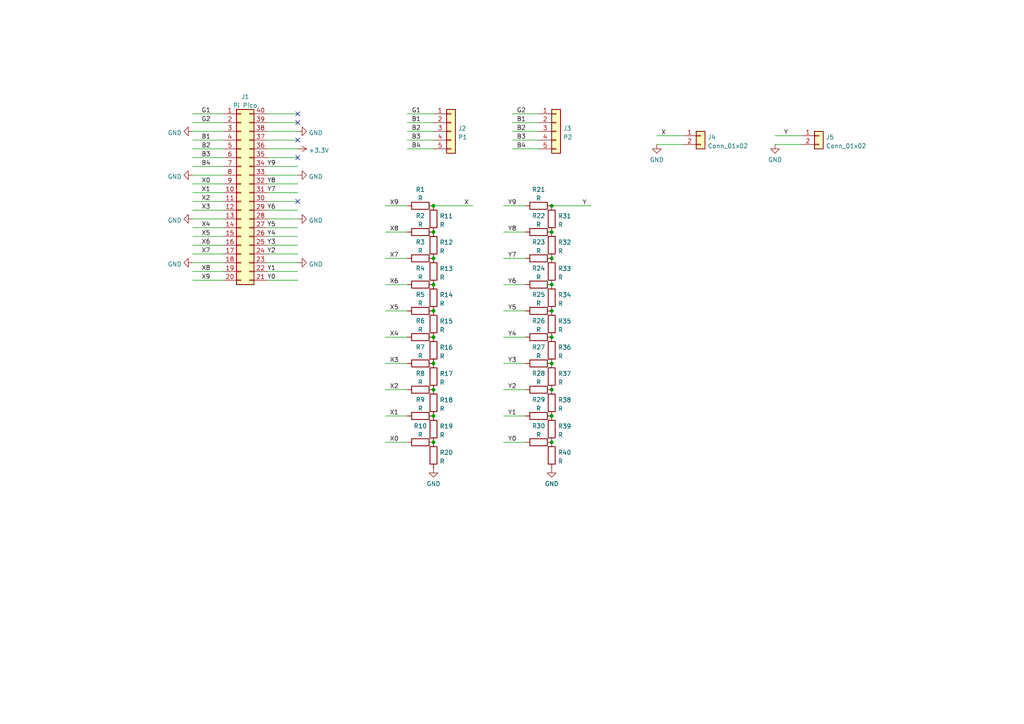
<source format=kicad_sch>
(kicad_sch (version 20211123) (generator eeschema)
  (paper "A4")
  (lib_symbols
    (symbol "Connector_Generic:Conn_01x02" (pin_names (offset 1.016) hide)
      (property "Reference" "J" (at 0 2.54 0))
      (property "Value" "Conn_01x02" (at 0 -5.08 0))
      (symbol "Conn_01x02_1_1"
        (rectangle (start -1.27 -2.413) (end 0 -2.667) (stroke (width 0.1524)))
        (rectangle (start -1.27 0.127) (end 0 -0.127) (stroke (width 0.1524)))
        (rectangle (start -1.27 1.27) (end 1.27 -3.81) (stroke (width 0.254)) (fill (type background)))
        (pin passive line (at -5.08 0 0) (length 3.81) (name "Pin_1") (number "1"))
        (pin passive line (at -5.08 -2.54 0) (length 3.81) (name "Pin_2") (number "2"))
      )
    )
    (symbol "Connector_Generic:Conn_01x05" (pin_names (offset 1.016) hide)
      (property "Reference" "J" (at 0 7.62 0))
      (property "Value" "Conn_01x05" (at 0 -7.62 0))
      (symbol "Conn_01x05_1_1"
        (rectangle (start -1.27 -4.953) (end 0 -5.207) (stroke (width 0.1524)))
        (rectangle (start -1.27 -2.413) (end 0 -2.667) (stroke (width 0.1524)))
        (rectangle (start -1.27 0.127) (end 0 -0.127) (stroke (width 0.1524)))
        (rectangle (start -1.27 2.667) (end 0 2.413) (stroke (width 0.1524)))
        (rectangle (start -1.27 5.207) (end 0 4.953) (stroke (width 0.1524)))
        (rectangle (start -1.27 6.35) (end 1.27 -6.35) (stroke (width 0.254)) (fill (type background)))
        (pin passive line (at -5.08 5.08 0) (length 3.81) (name "Pin_1") (number "1"))
        (pin passive line (at -5.08 2.54 0) (length 3.81) (name "Pin_2") (number "2"))
        (pin passive line (at -5.08 0 0) (length 3.81) (name "Pin_3") (number "3"))
        (pin passive line (at -5.08 -2.54 0) (length 3.81) (name "Pin_4") (number "4"))
        (pin passive line (at -5.08 -5.08 0) (length 3.81) (name "Pin_5") (number "5"))
      )
    )
    (symbol "Connector_Generic:Conn_02x20_Counter_Clockwise" (pin_names (offset 1.016) hide)
      (property "Reference" "J" (at 1.27 25.4 0))
      (property "Value" "Conn_02x20_Counter_Clockwise" (at 1.27 -27.94 0))
      (symbol "Conn_02x20_Counter_Clockwise_1_1"
        (rectangle (start -1.27 -25.273) (end 0 -25.527) (stroke (width 0.1524)))
        (rectangle (start -1.27 -22.733) (end 0 -22.987) (stroke (width 0.1524)))
        (rectangle (start -1.27 -20.193) (end 0 -20.447) (stroke (width 0.1524)))
        (rectangle (start -1.27 -17.653) (end 0 -17.907) (stroke (width 0.1524)))
        (rectangle (start -1.27 -15.113) (end 0 -15.367) (stroke (width 0.1524)))
        (rectangle (start -1.27 -12.573) (end 0 -12.827) (stroke (width 0.1524)))
        (rectangle (start -1.27 -10.033) (end 0 -10.287) (stroke (width 0.1524)))
        (rectangle (start -1.27 -7.493) (end 0 -7.747) (stroke (width 0.1524)))
        (rectangle (start -1.27 -4.953) (end 0 -5.207) (stroke (width 0.1524)))
        (rectangle (start -1.27 -2.413) (end 0 -2.667) (stroke (width 0.1524)))
        (rectangle (start -1.27 0.127) (end 0 -0.127) (stroke (width 0.1524)))
        (rectangle (start -1.27 2.667) (end 0 2.413) (stroke (width 0.1524)))
        (rectangle (start -1.27 5.207) (end 0 4.953) (stroke (width 0.1524)))
        (rectangle (start -1.27 7.747) (end 0 7.493) (stroke (width 0.1524)))
        (rectangle (start -1.27 10.287) (end 0 10.033) (stroke (width 0.1524)))
        (rectangle (start -1.27 12.827) (end 0 12.573) (stroke (width 0.1524)))
        (rectangle (start -1.27 15.367) (end 0 15.113) (stroke (width 0.1524)))
        (rectangle (start -1.27 17.907) (end 0 17.653) (stroke (width 0.1524)))
        (rectangle (start -1.27 20.447) (end 0 20.193) (stroke (width 0.1524)))
        (rectangle (start -1.27 22.987) (end 0 22.733) (stroke (width 0.1524)))
        (rectangle (start -1.27 24.13) (end 3.81 -26.67) (stroke (width 0.254)) (fill (type background)))
        (rectangle (start 3.81 -25.273) (end 2.54 -25.527) (stroke (width 0.1524)))
        (rectangle (start 3.81 -22.733) (end 2.54 -22.987) (stroke (width 0.1524)))
        (rectangle (start 3.81 -20.193) (end 2.54 -20.447) (stroke (width 0.1524)))
        (rectangle (start 3.81 -17.653) (end 2.54 -17.907) (stroke (width 0.1524)))
        (rectangle (start 3.81 -15.113) (end 2.54 -15.367) (stroke (width 0.1524)))
        (rectangle (start 3.81 -12.573) (end 2.54 -12.827) (stroke (width 0.1524)))
        (rectangle (start 3.81 -10.033) (end 2.54 -10.287) (stroke (width 0.1524)))
        (rectangle (start 3.81 -7.493) (end 2.54 -7.747) (stroke (width 0.1524)))
        (rectangle (start 3.81 -4.953) (end 2.54 -5.207) (stroke (width 0.1524)))
        (rectangle (start 3.81 -2.413) (end 2.54 -2.667) (stroke (width 0.1524)))
        (rectangle (start 3.81 0.127) (end 2.54 -0.127) (stroke (width 0.1524)))
        (rectangle (start 3.81 2.667) (end 2.54 2.413) (stroke (width 0.1524)))
        (rectangle (start 3.81 5.207) (end 2.54 4.953) (stroke (width 0.1524)))
        (rectangle (start 3.81 7.747) (end 2.54 7.493) (stroke (width 0.1524)))
        (rectangle (start 3.81 10.287) (end 2.54 10.033) (stroke (width 0.1524)))
        (rectangle (start 3.81 12.827) (end 2.54 12.573) (stroke (width 0.1524)))
        (rectangle (start 3.81 15.367) (end 2.54 15.113) (stroke (width 0.1524)))
        (rectangle (start 3.81 17.907) (end 2.54 17.653) (stroke (width 0.1524)))
        (rectangle (start 3.81 20.447) (end 2.54 20.193) (stroke (width 0.1524)))
        (rectangle (start 3.81 22.987) (end 2.54 22.733) (stroke (width 0.1524)))
        (pin passive line (at -5.08 22.86 0) (length 3.81) (name "Pin_1") (number "1"))
        (pin passive line (at -5.08 0 0) (length 3.81) (name "Pin_10") (number "10"))
        (pin passive line (at -5.08 -2.54 0) (length 3.81) (name "Pin_11") (number "11"))
        (pin passive line (at -5.08 -5.08 0) (length 3.81) (name "Pin_12") (number "12"))
        (pin passive line (at -5.08 -7.62 0) (length 3.81) (name "Pin_13") (number "13"))
        (pin passive line (at -5.08 -10.16 0) (length 3.81) (name "Pin_14") (number "14"))
        (pin passive line (at -5.08 -12.7 0) (length 3.81) (name "Pin_15") (number "15"))
        (pin passive line (at -5.08 -15.24 0) (length 3.81) (name "Pin_16") (number "16"))
        (pin passive line (at -5.08 -17.78 0) (length 3.81) (name "Pin_17") (number "17"))
        (pin passive line (at -5.08 -20.32 0) (length 3.81) (name "Pin_18") (number "18"))
        (pin passive line (at -5.08 -22.86 0) (length 3.81) (name "Pin_19") (number "19"))
        (pin passive line (at -5.08 20.32 0) (length 3.81) (name "Pin_2") (number "2"))
        (pin passive line (at -5.08 -25.4 0) (length 3.81) (name "Pin_20") (number "20"))
        (pin passive line (at 7.62 -25.4 180) (length 3.81) (name "Pin_21") (number "21"))
        (pin passive line (at 7.62 -22.86 180) (length 3.81) (name "Pin_22") (number "22"))
        (pin passive line (at 7.62 -20.32 180) (length 3.81) (name "Pin_23") (number "23"))
        (pin passive line (at 7.62 -17.78 180) (length 3.81) (name "Pin_24") (number "24"))
        (pin passive line (at 7.62 -15.24 180) (length 3.81) (name "Pin_25") (number "25"))
        (pin passive line (at 7.62 -12.7 180) (length 3.81) (name "Pin_26") (number "26"))
        (pin passive line (at 7.62 -10.16 180) (length 3.81) (name "Pin_27") (number "27"))
        (pin passive line (at 7.62 -7.62 180) (length 3.81) (name "Pin_28") (number "28"))
        (pin passive line (at 7.62 -5.08 180) (length 3.81) (name "Pin_29") (number "29"))
        (pin passive line (at -5.08 17.78 0) (length 3.81) (name "Pin_3") (number "3"))
        (pin passive line (at 7.62 -2.54 180) (length 3.81) (name "Pin_30") (number "30"))
        (pin passive line (at 7.62 0 180) (length 3.81) (name "Pin_31") (number "31"))
        (pin passive line (at 7.62 2.54 180) (length 3.81) (name "Pin_32") (number "32"))
        (pin passive line (at 7.62 5.08 180) (length 3.81) (name "Pin_33") (number "33"))
        (pin passive line (at 7.62 7.62 180) (length 3.81) (name "Pin_34") (number "34"))
        (pin passive line (at 7.62 10.16 180) (length 3.81) (name "Pin_35") (number "35"))
        (pin passive line (at 7.62 12.7 180) (length 3.81) (name "Pin_36") (number "36"))
        (pin passive line (at 7.62 15.24 180) (length 3.81) (name "Pin_37") (number "37"))
        (pin passive line (at 7.62 17.78 180) (length 3.81) (name "Pin_38") (number "38"))
        (pin passive line (at 7.62 20.32 180) (length 3.81) (name "Pin_39") (number "39"))
        (pin passive line (at -5.08 15.24 0) (length 3.81) (name "Pin_4") (number "4"))
        (pin passive line (at 7.62 22.86 180) (length 3.81) (name "Pin_40") (number "40"))
        (pin passive line (at -5.08 12.7 0) (length 3.81) (name "Pin_5") (number "5"))
        (pin passive line (at -5.08 10.16 0) (length 3.81) (name "Pin_6") (number "6"))
        (pin passive line (at -5.08 7.62 0) (length 3.81) (name "Pin_7") (number "7"))
        (pin passive line (at -5.08 5.08 0) (length 3.81) (name "Pin_8") (number "8"))
        (pin passive line (at -5.08 2.54 0) (length 3.81) (name "Pin_9") (number "9"))
      )
    )
    (symbol "Device:R" (pin_numbers hide) (pin_names (offset 0))
      (property "Reference" "R" (at 2.032 0 90))
      (property "Value" "R" (at 0 0 90))
      (symbol "R_0_1"
        (rectangle (start -1.016 -2.54) (end 1.016 2.54) (stroke (width 0.254)))
      )
      (symbol "R_1_1"
        (pin passive line (at 0 3.81 270) (length 1.27) (name "~") (number "1"))
        (pin passive line (at 0 -3.81 90) (length 1.27) (name "~") (number "2"))
      )
    )
    (symbol "power:+3.3V" (power) (pin_names (offset 0))
      (property "Value" "+3.3V" (at 0 3.556 0))
      (symbol "+3.3V_0_1"
        (polyline (pts (xy -0.762 1.27) (xy 0 2.54)))
        (polyline (pts (xy 0 0) (xy 0 2.54)))
        (polyline (pts (xy 0 2.54) (xy 0.762 1.27)))
      )
      (symbol "+3.3V_1_1"
        (pin power_in line (at 0 0 90) (length 0) hide (name "+3.3V") (number "1"))
      )
    )
    (symbol "power:GND" (power) (pin_names (offset 0))
      (property "Value" "GND" (at 0 -3.81 0))
      (symbol "GND_0_1"
        (polyline (pts (xy 0 0) (xy 0 -1.27) (xy 1.27 -1.27) (xy 0 -2.54) (xy -1.27 -1.27) (xy 0 -1.27)))
      )
      (symbol "GND_1_1"
        (pin power_in line (at 0 0 270) (length 0) hide (name "GND") (number "1"))
      )
    )
  )
  (junction (at 125.73 59.69))
  (junction (at 125.73 67.31))
  (junction (at 160.02 82.55))
  (junction (at 160.02 113.03))
  (junction (at 125.73 105.41))
  (junction (at 160.02 59.69))
  (junction (at 160.02 128.27))
  (junction (at 160.02 67.31))
  (junction (at 125.73 128.27))
  (junction (at 160.02 74.93))
  (junction (at 125.73 74.93))
  (junction (at 125.73 82.55))
  (junction (at 160.02 105.41))
  (junction (at 160.02 90.17))
  (junction (at 125.73 90.17))
  (junction (at 160.02 97.79))
  (junction (at 125.73 97.79))
  (junction (at 160.02 120.65))
  (junction (at 125.73 120.65))
  (junction (at 125.73 113.03))
  (no_connect (at 86.36 45.72))
  (no_connect (at 86.36 35.56))
  (no_connect (at 86.36 58.42))
  (no_connect (at 86.36 40.64))
  (no_connect (at 86.36 33.02))
  (wire (pts (xy 146.05 74.93) (xy 152.4 74.93)))
  (wire (pts (xy 55.88 40.64) (xy 64.77 40.64)))
  (wire (pts (xy 55.88 48.26) (xy 64.77 48.26)))
  (wire (pts (xy 77.47 66.04) (xy 86.36 66.04)))
  (wire (pts (xy 146.05 59.69) (xy 152.4 59.69)))
  (wire (pts (xy 77.47 71.12) (xy 86.36 71.12)))
  (wire (pts (xy 118.11 40.64) (xy 125.73 40.64)))
  (wire (pts (xy 111.76 67.31) (xy 118.11 67.31)))
  (wire (pts (xy 146.05 97.79) (xy 152.4 97.79)))
  (wire (pts (xy 111.76 90.17) (xy 118.11 90.17)))
  (wire (pts (xy 77.47 63.5) (xy 86.36 63.5)))
  (wire (pts (xy 111.76 113.03) (xy 118.11 113.03)))
  (wire (pts (xy 148.59 33.02) (xy 156.21 33.02)))
  (wire (pts (xy 224.79 41.91) (xy 232.41 41.91)))
  (wire (pts (xy 55.88 63.5) (xy 64.77 63.5)))
  (wire (pts (xy 146.05 128.27) (xy 152.4 128.27)))
  (wire (pts (xy 55.88 50.8) (xy 64.77 50.8)))
  (wire (pts (xy 146.05 120.65) (xy 152.4 120.65)))
  (wire (pts (xy 77.47 50.8) (xy 86.36 50.8)))
  (wire (pts (xy 111.76 105.41) (xy 118.11 105.41)))
  (wire (pts (xy 77.47 48.26) (xy 86.36 48.26)))
  (wire (pts (xy 118.11 38.1) (xy 125.73 38.1)))
  (wire (pts (xy 148.59 38.1) (xy 156.21 38.1)))
  (wire (pts (xy 146.05 113.03) (xy 152.4 113.03)))
  (wire (pts (xy 77.47 58.42) (xy 86.36 58.42)))
  (wire (pts (xy 146.05 105.41) (xy 152.4 105.41)))
  (wire (pts (xy 77.47 35.56) (xy 86.36 35.56)))
  (wire (pts (xy 190.5 39.37) (xy 198.12 39.37)))
  (wire (pts (xy 77.47 38.1) (xy 86.36 38.1)))
  (wire (pts (xy 55.88 45.72) (xy 64.77 45.72)))
  (wire (pts (xy 55.88 35.56) (xy 64.77 35.56)))
  (wire (pts (xy 55.88 33.02) (xy 64.77 33.02)))
  (wire (pts (xy 77.47 33.02) (xy 86.36 33.02)))
  (wire (pts (xy 118.11 35.56) (xy 125.73 35.56)))
  (wire (pts (xy 55.88 58.42) (xy 64.77 58.42)))
  (wire (pts (xy 55.88 66.04) (xy 64.77 66.04)))
  (wire (pts (xy 148.59 40.64) (xy 156.21 40.64)))
  (wire (pts (xy 148.59 43.18) (xy 156.21 43.18)))
  (wire (pts (xy 146.05 90.17) (xy 152.4 90.17)))
  (wire (pts (xy 77.47 78.74) (xy 86.36 78.74)))
  (wire (pts (xy 55.88 81.28) (xy 64.77 81.28)))
  (wire (pts (xy 55.88 71.12) (xy 64.77 71.12)))
  (wire (pts (xy 148.59 35.56) (xy 156.21 35.56)))
  (wire (pts (xy 77.47 53.34) (xy 86.36 53.34)))
  (wire (pts (xy 55.88 73.66) (xy 64.77 73.66)))
  (wire (pts (xy 160.02 59.69) (xy 171.45 59.69)))
  (wire (pts (xy 55.88 60.96) (xy 64.77 60.96)))
  (wire (pts (xy 77.47 76.2) (xy 86.36 76.2)))
  (wire (pts (xy 118.11 33.02) (xy 125.73 33.02)))
  (wire (pts (xy 55.88 43.18) (xy 64.77 43.18)))
  (wire (pts (xy 111.76 74.93) (xy 118.11 74.93)))
  (wire (pts (xy 125.73 59.69) (xy 137.16 59.69)))
  (wire (pts (xy 55.88 68.58) (xy 64.77 68.58)))
  (wire (pts (xy 77.47 55.88) (xy 86.36 55.88)))
  (wire (pts (xy 55.88 76.2) (xy 64.77 76.2)))
  (wire (pts (xy 111.76 128.27) (xy 118.11 128.27)))
  (wire (pts (xy 55.88 53.34) (xy 64.77 53.34)))
  (wire (pts (xy 224.79 39.37) (xy 232.41 39.37)))
  (wire (pts (xy 77.47 68.58) (xy 86.36 68.58)))
  (wire (pts (xy 77.47 43.18) (xy 86.36 43.18)))
  (wire (pts (xy 55.88 55.88) (xy 64.77 55.88)))
  (wire (pts (xy 55.88 78.74) (xy 64.77 78.74)))
  (wire (pts (xy 77.47 73.66) (xy 86.36 73.66)))
  (wire (pts (xy 55.88 38.1) (xy 64.77 38.1)))
  (wire (pts (xy 111.76 97.79) (xy 118.11 97.79)))
  (wire (pts (xy 77.47 45.72) (xy 86.36 45.72)))
  (wire (pts (xy 77.47 40.64) (xy 86.36 40.64)))
  (wire (pts (xy 111.76 59.69) (xy 118.11 59.69)))
  (wire (pts (xy 111.76 82.55) (xy 118.11 82.55)))
  (wire (pts (xy 146.05 67.31) (xy 152.4 67.31)))
  (wire (pts (xy 190.5 41.91) (xy 198.12 41.91)))
  (wire (pts (xy 146.05 82.55) (xy 152.4 82.55)))
  (wire (pts (xy 77.47 81.28) (xy 86.36 81.28)))
  (wire (pts (xy 118.11 43.18) (xy 125.73 43.18)))
  (wire (pts (xy 77.47 60.96) (xy 86.36 60.96)))
  (wire (pts (xy 111.76 120.65) (xy 118.11 120.65)))
  (label "Y3" (at 77.47 71.12 0))
  (label "X2" (at 113.03 113.03 0))
  (label "Y5" (at 147.32 90.17 0))
  (label "X5" (at 58.42 68.58 0))
  (label "B4" (at 119.38 43.18 0))
  (label "Y" (at 168.91 59.69 0))
  (label "B4" (at 149.86 43.18 0))
  (label "X2" (at 58.42 58.42 0))
  (label "X6" (at 58.42 71.12 0))
  (label "Y7" (at 147.32 74.93 0))
  (label "X" (at 191.77 39.37 0))
  (label "G2" (at 149.86 33.02 0))
  (label "Y6" (at 77.47 60.96 0))
  (label "Y2" (at 147.32 113.03 0))
  (label "Y7" (at 77.47 55.88 0))
  (label "G1" (at 119.38 33.02 0))
  (label "X7" (at 58.42 73.66 0))
  (label "Y1" (at 77.47 78.74 0))
  (label "X4" (at 58.42 66.04 0))
  (label "X" (at 134.62 59.69 0))
  (label "X3" (at 113.03 105.41 0))
  (label "X5" (at 113.03 90.17 0))
  (label "X9" (at 113.03 59.69 0))
  (label "X7" (at 113.03 74.93 0))
  (label "B2" (at 119.38 38.1 0))
  (label "B1" (at 149.86 35.56 0))
  (label "X8" (at 58.42 78.74 0))
  (label "Y" (at 227.33 39.37 0))
  (label "Y2" (at 77.47 73.66 0))
  (label "X1" (at 58.42 55.88 0))
  (label "Y4" (at 77.47 68.58 0))
  (label "X4" (at 113.03 97.79 0))
  (label "Y5" (at 77.47 66.04 0))
  (label "B3" (at 149.86 40.64 0))
  (label "X6" (at 113.03 82.55 0))
  (label "X0" (at 58.42 53.34 0))
  (label "B4" (at 58.42 48.26 0))
  (label "Y8" (at 77.47 53.34 0))
  (label "Y9" (at 147.32 59.69 0))
  (label "B2" (at 149.86 38.1 0))
  (label "Y3" (at 147.32 105.41 0))
  (label "X9" (at 58.42 81.28 0))
  (label "Y4" (at 147.32 97.79 0))
  (label "Y6" (at 147.32 82.55 0))
  (label "Y0" (at 77.47 81.28 0))
  (label "X0" (at 113.03 128.27 0))
  (label "X8" (at 113.03 67.31 0))
  (label "G1" (at 58.42 33.02 0))
  (label "Y8" (at 147.32 67.31 0))
  (label "Y0" (at 147.32 128.27 0))
  (label "X1" (at 113.03 120.65 0))
  (label "B3" (at 58.42 45.72 0))
  (label "B2" (at 58.42 43.18 0))
  (label "B3" (at 119.38 40.64 0))
  (label "Y9" (at 77.47 48.26 0))
  (label "Y1" (at 147.32 120.65 0))
  (label "B1" (at 119.38 35.56 0))
  (label "G2" (at 58.42 35.56 0))
  (label "X3" (at 58.42 60.96 0))
  (label "B1" (at 58.42 40.64 0))
  (symbol (lib_id "Device:R") (at 156.21 67.31 90) (unit 1)
    (property "Reference" "R22" (at 156.21 62.5942 90))
    (property "Value" "R" (at 156.21 65.1311 90))
    (property "Footprint" "Resistor_SMD:R_0603_1608Metric_Pad0.98x0.95mm_HandSolder" (effects hide))
  )
  (symbol (lib_id "Device:R") (at 125.73 109.22 0) (unit 1)
    (property "Reference" "R17" (at 127.508 108.3853 0) (effects (justify left)))
    (property "Value" "R" (at 127.508 110.9222 0) (effects (justify left)))
    (property "Footprint" "Resistor_SMD:R_0603_1608Metric_Pad0.98x0.95mm_HandSolder" (effects hide))
  )
  (symbol (lib_id "Connector_Generic:Conn_01x05") (at 130.81 38.1 0) (unit 1)
    (property "Reference" "J2" (at 132.842 37.2653 0) (effects (justify left)))
    (property "Value" "P1" (at 132.842 39.8022 0) (effects (justify left)))
    (property "Footprint" "Connector_PinHeader_2.54mm:PinHeader_1x05_P2.54mm_Vertical" (effects hide))
  )
  (symbol (lib_id "Device:R") (at 121.92 120.65 90) (unit 1)
    (property "Reference" "R9" (at 121.92 115.9342 90))
    (property "Value" "R" (at 121.92 118.4711 90))
    (property "Footprint" "Resistor_SMD:R_0603_1608Metric_Pad0.98x0.95mm_HandSolder" (effects hide))
  )
  (symbol (lib_id "power:GND") (at 224.79 41.91 0) (unit 1)
    (property "Reference" "#PWR013" (effects hide))
    (property "Value" "GND" (at 224.79 46.3534 0))
  )
  (symbol (lib_id "Device:R") (at 121.92 113.03 90) (unit 1)
    (property "Reference" "R8" (at 121.92 108.3142 90))
    (property "Value" "R" (at 121.92 110.8511 90))
    (property "Footprint" "Resistor_SMD:R_0603_1608Metric_Pad0.98x0.95mm_HandSolder" (effects hide))
  )
  (symbol (lib_id "Device:R") (at 160.02 71.12 0) (unit 1)
    (property "Reference" "R32" (at 161.798 70.2853 0) (effects (justify left)))
    (property "Value" "R" (at 161.798 72.8222 0) (effects (justify left)))
    (property "Footprint" "Resistor_SMD:R_0603_1608Metric_Pad0.98x0.95mm_HandSolder" (effects hide))
  )
  (symbol (lib_id "Device:R") (at 160.02 101.6 0) (unit 1)
    (property "Reference" "R36" (at 161.798 100.7653 0) (effects (justify left)))
    (property "Value" "R" (at 161.798 103.3022 0) (effects (justify left)))
    (property "Footprint" "Resistor_SMD:R_0603_1608Metric_Pad0.98x0.95mm_HandSolder" (effects hide))
  )
  (symbol (lib_id "power:+3.3V") (at 86.36 43.18 270) (unit 1)
    (property "Reference" "#PWR06" (effects hide))
    (property "Value" "+3.3V" (at 89.535 43.6138 90) (effects (justify left)))
  )
  (symbol (lib_id "power:GND") (at 125.73 135.89 0) (unit 1)
    (property "Reference" "#PWR010" (effects hide))
    (property "Value" "GND" (at 125.73 140.3334 0))
  )
  (symbol (lib_id "power:GND") (at 55.88 63.5 270) (unit 1)
    (property "Reference" "#PWR03" (effects hide))
    (property "Value" "GND" (at 52.7051 63.9338 90) (effects (justify right)))
  )
  (symbol (lib_id "power:GND") (at 86.36 50.8 90) (unit 1)
    (property "Reference" "#PWR07" (effects hide))
    (property "Value" "GND" (at 89.535 51.2338 90) (effects (justify right)))
  )
  (symbol (lib_id "Device:R") (at 160.02 63.5 0) (unit 1)
    (property "Reference" "R31" (at 161.798 62.6653 0) (effects (justify left)))
    (property "Value" "R" (at 161.798 65.2022 0) (effects (justify left)))
    (property "Footprint" "Resistor_SMD:R_0603_1608Metric_Pad0.98x0.95mm_HandSolder" (effects hide))
  )
  (symbol (lib_id "Device:R") (at 160.02 109.22 0) (unit 1)
    (property "Reference" "R37" (at 161.798 108.3853 0) (effects (justify left)))
    (property "Value" "R" (at 161.798 110.9222 0) (effects (justify left)))
    (property "Footprint" "Resistor_SMD:R_0603_1608Metric_Pad0.98x0.95mm_HandSolder" (effects hide))
  )
  (symbol (lib_id "Device:R") (at 160.02 86.36 0) (unit 1)
    (property "Reference" "R34" (at 161.798 85.5253 0) (effects (justify left)))
    (property "Value" "R" (at 161.798 88.0622 0) (effects (justify left)))
    (property "Footprint" "Resistor_SMD:R_0603_1608Metric_Pad0.98x0.95mm_HandSolder" (effects hide))
  )
  (symbol (lib_id "Device:R") (at 156.21 59.69 90) (unit 1)
    (property "Reference" "R21" (at 156.21 54.9742 90))
    (property "Value" "R" (at 156.21 57.5111 90))
    (property "Footprint" "Resistor_SMD:R_0603_1608Metric_Pad0.98x0.95mm_HandSolder" (effects hide))
  )
  (symbol (lib_id "power:GND") (at 55.88 76.2 270) (unit 1)
    (property "Reference" "#PWR04" (effects hide))
    (property "Value" "GND" (at 52.7051 76.6338 90) (effects (justify right)))
  )
  (symbol (lib_id "Connector_Generic:Conn_01x02") (at 203.2 39.37 0) (unit 1)
    (property "Reference" "J4" (at 205.232 39.8053 0) (effects (justify left)))
    (property "Value" "Conn_01x02" (at 205.232 42.3422 0) (effects (justify left)))
    (property "Footprint" "Connector_PinHeader_2.54mm:PinHeader_2x01_P2.54mm_Vertical" (effects hide))
  )
  (symbol (lib_id "Device:R") (at 156.21 128.27 90) (unit 1)
    (property "Reference" "R30" (at 156.21 123.5542 90))
    (property "Value" "R" (at 156.21 126.0911 90))
    (property "Footprint" "Resistor_SMD:R_0603_1608Metric_Pad0.98x0.95mm_HandSolder" (effects hide))
  )
  (symbol (lib_id "Connector_Generic:Conn_01x05") (at 161.29 38.1 0) (unit 1)
    (property "Reference" "J3" (at 163.322 37.2653 0) (effects (justify left)))
    (property "Value" "P2" (at 163.322 39.8022 0) (effects (justify left)))
    (property "Footprint" "Connector_PinHeader_2.54mm:PinHeader_1x05_P2.54mm_Vertical" (effects hide))
  )
  (symbol (lib_id "Device:R") (at 125.73 101.6 0) (unit 1)
    (property "Reference" "R16" (at 127.508 100.7653 0) (effects (justify left)))
    (property "Value" "R" (at 127.508 103.3022 0) (effects (justify left)))
    (property "Footprint" "Resistor_SMD:R_0603_1608Metric_Pad0.98x0.95mm_HandSolder" (effects hide))
  )
  (symbol (lib_id "Device:R") (at 156.21 97.79 90) (unit 1)
    (property "Reference" "R26" (at 156.21 93.0742 90))
    (property "Value" "R" (at 156.21 95.6111 90))
    (property "Footprint" "Resistor_SMD:R_0603_1608Metric_Pad0.98x0.95mm_HandSolder" (effects hide))
  )
  (symbol (lib_id "Device:R") (at 156.21 113.03 90) (unit 1)
    (property "Reference" "R28" (at 156.21 108.3142 90))
    (property "Value" "R" (at 156.21 110.8511 90))
    (property "Footprint" "Resistor_SMD:R_0603_1608Metric_Pad0.98x0.95mm_HandSolder" (effects hide))
  )
  (symbol (lib_id "Device:R") (at 156.21 82.55 90) (unit 1)
    (property "Reference" "R24" (at 156.21 77.8342 90))
    (property "Value" "R" (at 156.21 80.3711 90))
    (property "Footprint" "Resistor_SMD:R_0603_1608Metric_Pad0.98x0.95mm_HandSolder" (effects hide))
  )
  (symbol (lib_id "Device:R") (at 156.21 74.93 90) (unit 1)
    (property "Reference" "R23" (at 156.21 70.2142 90))
    (property "Value" "R" (at 156.21 72.7511 90))
    (property "Footprint" "Resistor_SMD:R_0603_1608Metric_Pad0.98x0.95mm_HandSolder" (effects hide))
  )
  (symbol (lib_id "Device:R") (at 160.02 78.74 0) (unit 1)
    (property "Reference" "R33" (at 161.798 77.9053 0) (effects (justify left)))
    (property "Value" "R" (at 161.798 80.4422 0) (effects (justify left)))
    (property "Footprint" "Resistor_SMD:R_0603_1608Metric_Pad0.98x0.95mm_HandSolder" (effects hide))
  )
  (symbol (lib_id "Connector_Generic:Conn_02x20_Counter_Clockwise") (at 69.85 55.88 0) (unit 1)
    (property "Reference" "J1" (at 71.12 28.0502 0))
    (property "Value" "Pi Pico" (at 71.12 30.5871 0))
    (property "Footprint" "toyoshim:DIP-40_W17.78mm_PiPico" (effects hide))
  )
  (symbol (lib_id "Device:R") (at 121.92 67.31 90) (unit 1)
    (property "Reference" "R2" (at 121.92 62.5942 90))
    (property "Value" "R" (at 121.92 65.1311 90))
    (property "Footprint" "Resistor_SMD:R_0603_1608Metric_Pad0.98x0.95mm_HandSolder" (effects hide))
  )
  (symbol (lib_id "Device:R") (at 125.73 63.5 0) (unit 1)
    (property "Reference" "R11" (at 127.508 62.6653 0) (effects (justify left)))
    (property "Value" "R" (at 127.508 65.2022 0) (effects (justify left)))
    (property "Footprint" "Resistor_SMD:R_0603_1608Metric_Pad0.98x0.95mm_HandSolder" (effects hide))
  )
  (symbol (lib_id "Device:R") (at 121.92 59.69 90) (unit 1)
    (property "Reference" "R1" (at 121.92 54.9742 90))
    (property "Value" "R" (at 121.92 57.5111 90))
    (property "Footprint" "Resistor_SMD:R_0603_1608Metric_Pad0.98x0.95mm_HandSolder" (effects hide))
  )
  (symbol (lib_id "Device:R") (at 156.21 105.41 90) (unit 1)
    (property "Reference" "R27" (at 156.21 100.6942 90))
    (property "Value" "R" (at 156.21 103.2311 90))
    (property "Footprint" "Resistor_SMD:R_0603_1608Metric_Pad0.98x0.95mm_HandSolder" (effects hide))
  )
  (symbol (lib_id "Device:R") (at 121.92 82.55 90) (unit 1)
    (property "Reference" "R4" (at 121.92 77.8342 90))
    (property "Value" "R" (at 121.92 80.3711 90))
    (property "Footprint" "Resistor_SMD:R_0603_1608Metric_Pad0.98x0.95mm_HandSolder" (effects hide))
  )
  (symbol (lib_id "Device:R") (at 125.73 86.36 0) (unit 1)
    (property "Reference" "R14" (at 127.508 85.5253 0) (effects (justify left)))
    (property "Value" "R" (at 127.508 88.0622 0) (effects (justify left)))
    (property "Footprint" "Resistor_SMD:R_0603_1608Metric_Pad0.98x0.95mm_HandSolder" (effects hide))
  )
  (symbol (lib_id "Device:R") (at 160.02 93.98 0) (unit 1)
    (property "Reference" "R35" (at 161.798 93.1453 0) (effects (justify left)))
    (property "Value" "R" (at 161.798 95.6822 0) (effects (justify left)))
    (property "Footprint" "Resistor_SMD:R_0603_1608Metric_Pad0.98x0.95mm_HandSolder" (effects hide))
  )
  (symbol (lib_id "Device:R") (at 121.92 128.27 90) (unit 1)
    (property "Reference" "R10" (at 121.92 123.5542 90))
    (property "Value" "R" (at 121.92 126.0911 90))
    (property "Footprint" "Resistor_SMD:R_0603_1608Metric_Pad0.98x0.95mm_HandSolder" (effects hide))
  )
  (symbol (lib_id "Device:R") (at 125.73 71.12 0) (unit 1)
    (property "Reference" "R12" (at 127.508 70.2853 0) (effects (justify left)))
    (property "Value" "R" (at 127.508 72.8222 0) (effects (justify left)))
    (property "Footprint" "Resistor_SMD:R_0603_1608Metric_Pad0.98x0.95mm_HandSolder" (effects hide))
  )
  (symbol (lib_id "Device:R") (at 125.73 116.84 0) (unit 1)
    (property "Reference" "R18" (at 127.508 116.0053 0) (effects (justify left)))
    (property "Value" "R" (at 127.508 118.5422 0) (effects (justify left)))
    (property "Footprint" "Resistor_SMD:R_0603_1608Metric_Pad0.98x0.95mm_HandSolder" (effects hide))
  )
  (symbol (lib_id "Device:R") (at 160.02 124.46 0) (unit 1)
    (property "Reference" "R39" (at 161.798 123.6253 0) (effects (justify left)))
    (property "Value" "R" (at 161.798 126.1622 0) (effects (justify left)))
    (property "Footprint" "Resistor_SMD:R_0603_1608Metric_Pad0.98x0.95mm_HandSolder" (effects hide))
  )
  (symbol (lib_id "Device:R") (at 156.21 120.65 90) (unit 1)
    (property "Reference" "R29" (at 156.21 115.9342 90))
    (property "Value" "R" (at 156.21 118.4711 90))
    (property "Footprint" "Resistor_SMD:R_0603_1608Metric_Pad0.98x0.95mm_HandSolder" (effects hide))
  )
  (symbol (lib_id "power:GND") (at 55.88 38.1 270) (unit 1)
    (property "Reference" "#PWR01" (effects hide))
    (property "Value" "GND" (at 52.7051 38.5338 90) (effects (justify right)))
  )
  (symbol (lib_id "Device:R") (at 121.92 90.17 90) (unit 1)
    (property "Reference" "R5" (at 121.92 85.4542 90))
    (property "Value" "R" (at 121.92 87.9911 90))
    (property "Footprint" "Resistor_SMD:R_0603_1608Metric_Pad0.98x0.95mm_HandSolder" (effects hide))
  )
  (symbol (lib_id "Device:R") (at 156.21 90.17 90) (unit 1)
    (property "Reference" "R25" (at 156.21 85.4542 90))
    (property "Value" "R" (at 156.21 87.9911 90))
    (property "Footprint" "Resistor_SMD:R_0603_1608Metric_Pad0.98x0.95mm_HandSolder" (effects hide))
  )
  (symbol (lib_id "power:GND") (at 190.5 41.91 0) (unit 1)
    (property "Reference" "#PWR012" (effects hide))
    (property "Value" "GND" (at 190.5 46.3534 0))
  )
  (symbol (lib_id "Device:R") (at 160.02 116.84 0) (unit 1)
    (property "Reference" "R38" (at 161.798 116.0053 0) (effects (justify left)))
    (property "Value" "R" (at 161.798 118.5422 0) (effects (justify left)))
    (property "Footprint" "Resistor_SMD:R_0603_1608Metric_Pad0.98x0.95mm_HandSolder" (effects hide))
  )
  (symbol (lib_id "power:GND") (at 86.36 63.5 90) (unit 1)
    (property "Reference" "#PWR08" (effects hide))
    (property "Value" "GND" (at 89.535 63.9338 90) (effects (justify right)))
  )
  (symbol (lib_id "Connector_Generic:Conn_01x02") (at 237.49 39.37 0) (unit 1)
    (property "Reference" "J5" (at 239.522 39.8053 0) (effects (justify left)))
    (property "Value" "Conn_01x02" (at 239.522 42.3422 0) (effects (justify left)))
    (property "Footprint" "Connector_PinHeader_2.54mm:PinHeader_2x01_P2.54mm_Vertical" (effects hide))
  )
  (symbol (lib_id "Device:R") (at 121.92 74.93 90) (unit 1)
    (property "Reference" "R3" (at 121.92 70.2142 90))
    (property "Value" "R" (at 121.92 72.7511 90))
    (property "Footprint" "Resistor_SMD:R_0603_1608Metric_Pad0.98x0.95mm_HandSolder" (effects hide))
  )
  (symbol (lib_id "Device:R") (at 125.73 132.08 0) (unit 1)
    (property "Reference" "R20" (at 127.508 131.2453 0) (effects (justify left)))
    (property "Value" "R" (at 127.508 133.7822 0) (effects (justify left)))
    (property "Footprint" "Resistor_SMD:R_0603_1608Metric_Pad0.98x0.95mm_HandSolder" (effects hide))
  )
  (symbol (lib_id "Device:R") (at 121.92 105.41 90) (unit 1)
    (property "Reference" "R7" (at 121.92 100.6942 90))
    (property "Value" "R" (at 121.92 103.2311 90))
    (property "Footprint" "Resistor_SMD:R_0603_1608Metric_Pad0.98x0.95mm_HandSolder" (effects hide))
  )
  (symbol (lib_id "Device:R") (at 125.73 124.46 0) (unit 1)
    (property "Reference" "R19" (at 127.508 123.6253 0) (effects (justify left)))
    (property "Value" "R" (at 127.508 126.1622 0) (effects (justify left)))
    (property "Footprint" "Resistor_SMD:R_0603_1608Metric_Pad0.98x0.95mm_HandSolder" (effects hide))
  )
  (symbol (lib_id "power:GND") (at 160.02 135.89 0) (unit 1)
    (property "Reference" "#PWR011" (effects hide))
    (property "Value" "GND" (at 160.02 140.3334 0))
  )
  (symbol (lib_id "Device:R") (at 125.73 78.74 0) (unit 1)
    (property "Reference" "R13" (at 127.508 77.9053 0) (effects (justify left)))
    (property "Value" "R" (at 127.508 80.4422 0) (effects (justify left)))
    (property "Footprint" "Resistor_SMD:R_0603_1608Metric_Pad0.98x0.95mm_HandSolder" (effects hide))
  )
  (symbol (lib_id "Device:R") (at 121.92 97.79 90) (unit 1)
    (property "Reference" "R6" (at 121.92 93.0742 90))
    (property "Value" "R" (at 121.92 95.6111 90))
    (property "Footprint" "Resistor_SMD:R_0603_1608Metric_Pad0.98x0.95mm_HandSolder" (effects hide))
  )
  (symbol (lib_id "power:GND") (at 86.36 76.2 90) (unit 1)
    (property "Reference" "#PWR09" (effects hide))
    (property "Value" "GND" (at 89.535 76.6338 90) (effects (justify right)))
  )
  (symbol (lib_id "Device:R") (at 160.02 132.08 0) (unit 1)
    (property "Reference" "R40" (at 161.798 131.2453 0) (effects (justify left)))
    (property "Value" "R" (at 161.798 133.7822 0) (effects (justify left)))
    (property "Footprint" "Resistor_SMD:R_0603_1608Metric_Pad0.98x0.95mm_HandSolder" (effects hide))
  )
  (symbol (lib_id "Device:R") (at 125.73 93.98 0) (unit 1)
    (property "Reference" "R15" (at 127.508 93.1453 0) (effects (justify left)))
    (property "Value" "R" (at 127.508 95.6822 0) (effects (justify left)))
    (property "Footprint" "Resistor_SMD:R_0603_1608Metric_Pad0.98x0.95mm_HandSolder" (effects hide))
  )
  (symbol (lib_id "power:GND") (at 55.88 50.8 270) (unit 1)
    (property "Reference" "#PWR02" (effects hide))
    (property "Value" "GND" (at 52.7051 51.2338 90) (effects (justify right)))
  )
  (symbol (lib_id "power:GND") (at 86.36 38.1 90) (unit 1)
    (property "Reference" "#PWR05" (effects hide))
    (property "Value" "GND" (at 89.535 38.5338 90) (effects (justify right)))
  )
)
</source>
